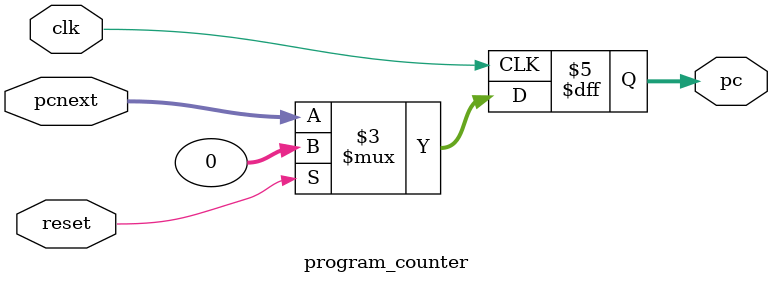
<source format=v>
module program_counter(

input clk,reset,
input [31:0]pcnext,

output reg [31:0]pc

);

always @(posedge clk)
begin
if(reset) begin
pc <= 32'h00000000;
end

else begin
pc <= pcnext;
end


end



endmodule


</source>
